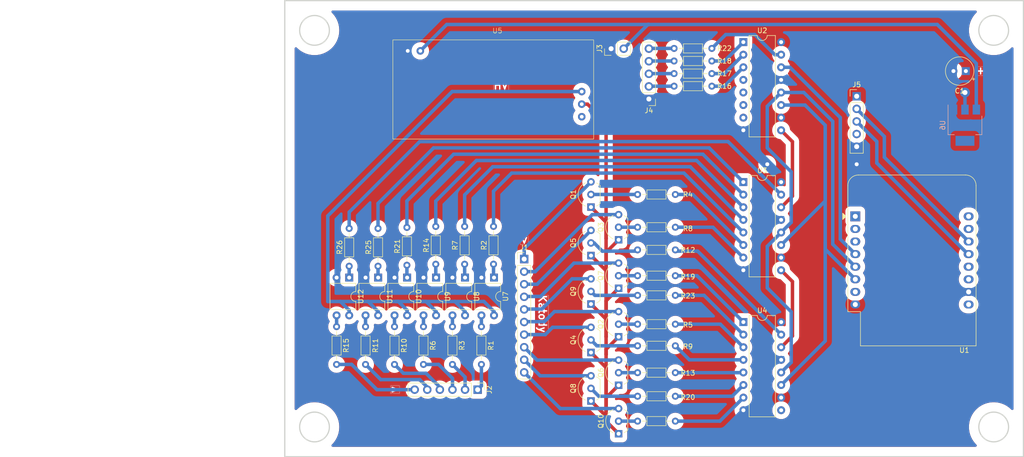
<source format=kicad_pcb>
(kicad_pcb (version 20221018) (generator pcbnew)
  (layers (0 "F.Cu" signal) (31 "B.Cu" signal) (34 "B.Paste" user) (35 "F.Paste" user) (36 "B.SilkS" user "B.Silkscreen") (37 "F.SilkS" user "F.Silkscreen") (38 "B.Mask" user) (39 "F.Mask" user) (44 "Edge.Cuts" user))
  (net 0 "")
  (net 1 "CAT_0")
  (net 2 "CAT_1")
  (net 3 "CAT_2")
  (net 4 "CAT_3")
  (net 5 "CAT_4")
  (net 6 "CAT_5")
  (net 7 "CAT_6")
  (net 8 "CAT_7")
  (net 9 "CAT_8")
  (net 10 "CAT_9")
  (net 11 "AND_0")
  (net 12 "AND_1")
  (net 13 "AND_2")
  (net 14 "AND_3")
  (net 15 "AND_4")
  (net 16 "AND_5")
  (net 17 "GND_CAT")
  (net 18 "CATHODE_0")
  (net 19 "CATHODE_1")
  (net 20 "CATHODE_2")
  (net 21 "CATHODE_3")
  (net 22 "CATHODE_4")
  (net 23 "CATHODE_5")
  (net 24 "CATHODE_6")
  (net 25 "CATHODE_7")
  (net 26 "CATHODE_8")
  (net 27 "CATHODE_9")
  (net 28 "GND")
  (net 29 "ANODE_5")
  (net 30 "ANODE_4")
  (net 31 "ANODE_3")
  (net 32 "ANODE_2")
  (net 33 "ANODE_1")
  (net 34 "ANODE_0")
  (net 35 "HV_ANODE")
  (net 38 "CLOCK")
  (net 39 "Net-(J2-Pin_1)")
  (net 40 "Net-(J2-Pin_2)")
  (net 41 "Net-(J2-Pin_3)")
  (net 43 "Net-(J2-Pin_4)")
  (net 44 "VCC")
  (net 47 "SDA")
  (net 48 "DATA")
  (net 51 "U2_DATA_OUT")
  (net 52 "Net-(J4-Pin_2)")
  (net 53 "Net-(J2-Pin_5)")
  (net 54 "U3_DATA_OUT")
  (net 55 "Net-(J4-Pin_3)")
  (net 56 "Net-(J2-Pin_6)")
  (net 57 "COLON_1")
  (net 58 "COLON_2")
  (net 59 "COLON_4")
  (net 60 "UNIO_0")
  (net 61 "UNIO_1")
  (net 62 "UNIO_2")
  (net 63 "UNIO_3")
  (net 64 "Net-(Q1-B)")
  (net 65 "Net-(Q2-B)")
  (net 66 "Net-(Q3-B)")
  (net 67 "COLON_0")
  (net 68 "Net-(Q4-B)")
  (net 69 "Net-(Q5-B)")
  (net 70 "Net-(Q6-B)")
  (net 71 "Net-(Q7-B)")
  (net 72 "Net-(Q8-B)")
  (net 73 "Net-(Q9-B)")
  (net 74 "Net-(Q10-B)")
  (net 76 "Net-(R2-Pad1)")
  (net 77 "Net-(R7-Pad1)")
  (net 78 "Net-(R14-Pad1)")
  (net 79 "Net-(R21-Pad1)")
  (net 80 "Net-(R25-Pad1)")
  (net 82 "LATCH")
  (net 83 "3V3")
  (net 85 "SCL")
  (net 86 "Net-(R26-Pad1)")
  (net 87 "Net-(J4-Pin_4)")
  (net 90 "Net-(J4-Pin_5)")
  (footprint "Resistor_THT:R_Axial_DIN0204_L3.6mm_D1.6mm_P7.62mm_Horizontal" (layer "F.Cu") (at 169.164 115.824)
    (fp_text reference "R24" hide)
    (fp_text value "10K")
  )
  (footprint "Package_TO_SOT_THT:TO-92_Inline_Wide" (layer "F.Cu") (at 159.766 92.202 90)
    (fp_text reference "Q9")
    (fp_text value "MPSA42")
  )
  (footprint "Package_TO_SOT_THT:TO-92_Inline_Wide" (layer "F.Cu") (at 159.766 111.76 90)
    (fp_text reference "Q8")
    (fp_text value "MPSA42")
  )
  (footprint "Connector_PinHeader_2.54mm:PinHeader_1x02_P2.54mm_Vertical" (layer "F.Cu") (at 163.83 40.697 90)
    (fp_text reference "J3")
    (fp_text value "Conn_01x02")
  )
  (footprint "Package_DIP:DIP-4_W7.62mm" (layer "F.Cu") (at 110.998 86.868 -90)
    (fp_text reference "U12")
    (fp_text value "TLP627")
  )
  (footprint "Resistor_THT:R_Axial_DIN0204_L3.6mm_D1.6mm_P7.62mm_Horizontal" (layer "F.Cu") (at 169.164 70.104)
    (fp_text reference "R4")
    (fp_text value "10K")
  )
  (footprint "Package_TO_SOT_THT:TO-92_Inline_Wide" (layer "F.Cu") (at 159.766 82.423 90)
    (fp_text reference "Q5")
    (fp_text value "MPSA42")
  )
  (footprint "Resistor_THT:R_Axial_DIN0204_L3.6mm_D1.6mm_P7.62mm_Horizontal" (layer "F.Cu") (at 131.821 96.764 -90)
    (fp_text reference "R3")
    (fp_text value "R")
  )
  (footprint "Capacitor_THT:CP_Radial_Tantal_D5.5mm_P2.50mm" (layer "F.Cu") (at 235.384369 45.212 180)
    (fp_text reference "C1")
    (fp_text value "C_Polarized")
  )
  (footprint "Resistor_THT:R_Axial_DIN0204_L3.6mm_D1.6mm_P7.62mm_Horizontal" (layer "F.Cu") (at 137.663 96.764 -90)
    (fp_text reference "R1")
    (fp_text value "R")
  )
  (footprint "Package_TO_SOT_THT:TO-92_Inline_Wide" (layer "F.Cu") (at 159.766 101.981 90)
    (fp_text reference "Q4")
    (fp_text value "MPSA42")
  )
  (footprint "Module:WEMOS_D1_mini_light" (layer "F.Cu") (at 213.083 74.515)
    (fp_text reference "U1")
    (fp_text value "WeMos_D1_mini")
  )
  (footprint "Resistor_THT:R_Axial_DIN0204_L3.6mm_D1.6mm_P7.62mm_Horizontal" (layer "F.Cu") (at 169.164 90.45222)
    (fp_text reference "R23")
    (fp_text value "10K")
  )
  (footprint "Resistor_THT:R_Axial_DIN0204_L3.6mm_D1.6mm_P7.62mm_Horizontal" (layer "F.Cu") (at 169.164 110.80044)
    (fp_text reference "R20")
    (fp_text value "10K")
  )
  (footprint "Package_TO_SOT_THT:TO-92_Inline_Wide" (layer "F.Cu") (at 165.34 89.027 90)
    (fp_text reference "Q7")
    (fp_text value "MPSA42")
  )
  (footprint "Package_TO_SOT_THT:TO-92_Inline_Wide" (layer "F.Cu") (at 165.34 118.364 90)
    (fp_text reference "Q10")
    (fp_text value "MPSA42")
  )
  (footprint "Resistor_THT:R_Axial_DIN0204_L3.6mm_D1.6mm_P7.62mm_Horizontal" (layer "F.Cu") (at 125.979 96.764 -90)
    (fp_text reference "R6")
    (fp_text value "R")
  )
  (footprint "Package_TO_SOT_THT:TO-92_Inline_Wide" (layer "F.Cu") (at 165.34 79.248 90)
    (fp_text reference "Q3")
    (fp_text value "MPSA42")
  )
  (footprint "Package_DIP:DIP-4_W7.62mm" (layer "F.Cu") (at 134.366 86.868 -90)
    (fp_text reference "U8")
    (fp_text value "TLP627")
  )
  (footprint "Package_DIP:DIP-4_W7.62mm" (layer "F.Cu") (at 128.524 86.868 -90)
    (fp_text reference "U9")
    (fp_text value "TLP627")
  )
  (footprint "Resistor_THT:R_Axial_DIN0204_L3.6mm_D1.6mm_P7.62mm_Horizontal" (layer "F.Cu") (at 169.164 81.28)
    (fp_text reference "R12")
    (fp_text value "10K")
  )
  (footprint "Resistor_THT:R_Axial_DIN0204_L3.6mm_D1.6mm_P7.62mm_Horizontal" (layer "F.Cu") (at 184.15 43.18 180)
    (fp_text reference "R18")
    (fp_text value "R")
  )
  (footprint "Connector_PinHeader_2.54mm:PinHeader_1x05_P2.54mm_Vertical" (layer "F.Cu") (at 171.45 50.847 180)
    (fp_text reference "J4")
    (fp_text value "Conn_01x05")
  )
  (footprint "Connector_PinHeader_2.54mm:PinHeader_1x10_P2.54mm_Vertical" (layer "F.Cu") (at 146.29 83.13)
    (fp_text reference "J1")
    (fp_text value "Conn_01x10")
  )
  (footprint "Resistor_THT:R_Axial_DIN0204_L3.6mm_D1.6mm_P7.62mm_Horizontal" (layer "F.Cu") (at 116.812 84.572 90)
    (fp_text reference "R25")
    (fp_text value "R")
  )
  (footprint "knihovna_digitrony:HV_Supply" (layer "F.Cu") (at 119.804 58.922)
    (fp_text reference "U5")
    (fp_text value "~")
  )
  (footprint "Package_DIP:DIP-4_W7.62mm" (layer "F.Cu") (at 140.208 86.868 -90)
    (fp_text reference "U7")
    (fp_text value "TLP627")
  )
  (footprint "Package_DIP:DIP-4_W7.62mm" (layer "F.Cu") (at 122.682 86.868 -90)
    (fp_text reference "U10")
    (fp_text value "TLP627")
  )
  (footprint "Resistor_THT:R_Axial_DIN0204_L3.6mm_D1.6mm_P7.62mm_Horizontal" (layer "F.Cu") (at 128.46 84.172 90)
    (fp_text reference "R14")
    (fp_text value "R")
  )
  (footprint "Resistor_THT:R_Axial_DIN0204_L3.6mm_D1.6mm_P7.62mm_Horizontal" (layer "F.Cu") (at 110.993 84.572 90)
    (fp_text reference "R26")
    (fp_text value "R")
  )
  (footprint "" (layer "F.Cu") (at 195.326 64.008)
    (fp_text reference "")
    (fp_text value "")
  )
  (footprint "Resistor_THT:R_Axial_DIN0204_L3.6mm_D1.6mm_P7.62mm_Horizontal" (layer "F.Cu") (at 169.164 106.045)
    (fp_text reference "R13")
    (fp_text value "10K")
  )
  (footprint "Resistor_THT:R_Axial_DIN0204_L3.6mm_D1.6mm_P7.62mm_Horizontal" (layer "F.Cu") (at 114.295 96.764 -90)
    (fp_text reference "R11")
    (fp_text value "R")
  )
  (footprint "Resistor_THT:R_Axial_DIN0204_L3.6mm_D1.6mm_P7.62mm_Horizontal" (layer "F.Cu") (at 184.15 48.26 180)
    (fp_text reference "R16")
    (fp_text value "R")
  )
  (footprint "Package_DIP:DIP-16_W7.62mm" (layer "F.Cu") (at 190.51 95.84)
    (fp_text reference "U4")
    (fp_text value "74HC595")
  )
  (footprint "Resistor_THT:R_Axial_DIN0204_L3.6mm_D1.6mm_P7.62mm_Horizontal" (layer "F.Cu") (at 169.164 96.266)
    (fp_text reference "R5")
    (fp_text value "10K")
  )
  (footprint "Resistor_THT:R_Axial_DIN0204_L3.6mm_D1.6mm_P7.62mm_Horizontal" (layer "F.Cu") (at 108.453 96.764 -90)
    (fp_text reference "R15")
    (fp_text value "R")
  )
  (footprint "Package_TO_SOT_THT:TO-92_Inline_Wide" (layer "F.Cu") (at 165.34 98.806 90)
    (fp_text reference "Q2")
    (fp_text value "MPSA42")
  )
  (footprint "Resistor_THT:R_Axial_DIN0204_L3.6mm_D1.6mm_P7.62mm_Horizontal" (layer "F.Cu") (at 184.15 45.72 180)
    (fp_text reference "R17")
    (fp_text value "R")
  )
  (footprint "Resistor_THT:R_Axial_DIN0204_L3.6mm_D1.6mm_P7.62mm_Horizontal" (layer "F.Cu") (at 169.164 76.708)
    (fp_text reference "R8")
    (fp_text value "10K")
  )
  (footprint "Package_TO_SOT_THT:TO-92_Inline_Wide" (layer "F.Cu") (at 165.34 108.585 90)
    (fp_text reference "Q6")
    (fp_text value "MPSA42")
  )
  (footprint "Package_DIP:DIP-16_W7.62mm" (layer "F.Cu") (at 190.5 67.605)
    (fp_text reference "U3")
    (fp_text value "74HC595")
  )
  (footprint "Resistor_THT:R_Axial_DIN0204_L3.6mm_D1.6mm_P7.62mm_Horizontal" (layer "F.Cu") (at 122.636 84.372 90)
    (fp_text reference "R21")
    (fp_text value "R")
  )
  (footprint "Resistor_THT:R_Axial_DIN0204_L3.6mm_D1.6mm_P7.62mm_Horizontal" (layer "F.Cu") (at 140.108 84.162 90)
    (fp_text reference "R2")
    (fp_text value "R")
  )
  (footprint "Connector_PinHeader_2.54mm:PinHeader_1x06_P2.54mm_Vertical" (layer "F.Cu") (at 136.906 109.474 -90)
    (fp_text reference "J2")
    (fp_text value "Conn_01x06")
  )
  (footprint "Package_DIP:DIP-4_W7.62mm" (layer "F.Cu") (at 116.84 86.868 -90)
    (fp_text reference "U11")
    (fp_text value "TLP627")
  )
  (footprint "Resistor_THT:R_Axial_DIN0204_L3.6mm_D1.6mm_P7.62mm_Horizontal" (layer "F.Cu") (at 184.15 40.64 180)
    (fp_text reference "R22")
    (fp_text value "R")
  )
  (footprint "Resistor_THT:R_Axial_DIN0204_L3.6mm_D1.6mm_P7.62mm_Horizontal" (layer "F.Cu") (at 169.164 86.487)
    (fp_text reference "R19")
    (fp_text value "10K")
  )
  (footprint "Resistor_THT:R_Axial_DIN0204_L3.6mm_D1.6mm_P7.62mm_Horizontal" (layer "F.Cu") (at 134.284 84.172 90)
    (fp_text reference "R7")
    (fp_text value "R")
  )
  (footprint "Connector_PinHeader_2.54mm:PinHeader_1x05_P2.54mm_Vertical" (layer "F.Cu") (at 213.36 50.292)
    (fp_text reference "J5")
    (fp_text value "Conn_01x05")
  )
  (footprint "Resistor_THT:R_Axial_DIN0204_L3.6mm_D1.6mm_P7.62mm_Horizontal" (layer "F.Cu") (at 120.137 96.764 -90)
    (fp_text reference "R10")
    (fp_text value "R")
  )
  (footprint "" (layer "F.Cu") (at 235.204 49.53)
    (fp_text reference "")
    (fp_text value "")
  )
  (footprint "Resistor_THT:R_Axial_DIN0204_L3.6mm_D1.6mm_P7.62mm_Horizontal" (layer "F.Cu") (at 169.164 100.62633)
    (fp_text reference "R9")
    (fp_text value "10K")
  )
  (footprint "" (layer "F.Cu") (at 213.36 64.008)
    (fp_text reference "")
    (fp_text value "")
  )
  (footprint "Package_DIP:DIP-16_W7.62mm" (layer "F.Cu") (at 190.5 39.37)
    (fp_text reference "U2")
    (fp_text value "74HC595")
  )
  (footprint "Package_TO_SOT_THT:TO-92_Inline_Wide" (layer "F.Cu") (at 159.766 72.644 90)
    (fp_text reference "Q1")
    (fp_text value "MPSA42")
  )
  (footprint "Package_TO_SOT_SMD:SOT-223-3_TabPin2" (layer "B.Cu") (at 235.204 56.134 -90)
    (fp_text reference "U6")
    (fp_text value "AMS1117-3.3")
  )
  (gr_circle (center 241 117) (end 244 117) (stroke (width 0.25)) (fill none) (layer "Edge.Cuts"))
  (gr_circle (center 241 37) (end 244 37) (stroke (width 0.25)) (fill none) (layer "Edge.Cuts"))
  (gr_rect (start 98 31) (end 247 123) (stroke (width 0.25)) (fill none) (layer "Edge.Cuts"))
  (gr_circle (center 104 117) (end 107 117) (stroke (width 0.25)) (fill none) (layer "Edge.Cuts"))
  (gr_circle (center 104 37) (end 107 37) (stroke (width 0.25)) (fill none) (layer "Edge.Cuts"))
  (gr_text "Katody" (at 149.098 90.17 270) (layer "F.Cu" knockout) (effects (font (size 1.5 1.5) (thickness 0.3) bold) (justify left bottom)))
  (gr_text "Digitronové hodiny\nVojtěch Pindur\n6.2.2024  ver:0.1" (at 213.614 113.792) (layer "F.Cu" knockout) (effects (font (size 1.5 1.5) (thickness 0.3) bold) (justify left bottom)))
  (gr_text "+" (at 215.138 93.218) (layer "F.Cu" knockout) (effects (font (size 1.5 1.5) (thickness 0.3) bold) (justify left bottom)))
  (gr_text "Anody" (at 127 113.538) (layer "F.Cu" knockout) (effects (font (size 1.5 1.5) (thickness 0.3) bold) (justify left bottom)))
  (gr_text "HV" (at 139.954 49.022) (layer "F.Cu" knockout) (effects (font (size 1.5 1.5) (thickness 0.3) bold) (justify left bottom)))
  (gr_text ">" (at 145.542 78.232 270) (layer "F.Cu" knockout) (effects (font (size 1.5 1.5) (thickness 0.3) bold) (justify left bottom)))
  (gr_text "+" (at 237.236 45.974) (layer "F.Cu" knockout) (effects (font (size 1.5 1.5) (thickness 0.3) bold) (justify left bottom)))
  (gr_text ">" (at 119.126 110.236) (layer "F.Cu" knockout) (effects (font (size 1.5 1.5) (thickness 0.3) bold) (justify left bottom)))
  (gr_text "MCU\n" (at 224.028 83.405) (layer "F.Cu" knockout) (effects (font (size 1.5 1.5) (thickness 0.3) bold) (justify left bottom)))
  (gr_text "+" (at 165.354 44.45) (layer "F.Cu" knockout) (effects (font (size 1.5 1.5) (thickness 0.3) bold) (justify left bottom)))
  (segment (start 159.766 67.564) (end 146.304 81.026) (width 0.7) (layer "B.Cu") (net 1))
  (segment (start 146.304 81.026) (end 146.304 83.116) (width 0.7) (layer "B.Cu") (net 1))
  (segment (start 146.304 83.116) (end 146.29 83.13) (width 0.7) (layer "B.Cu") (net 1))
  (segment (start 165.34 74.168) (end 160.02 74.168) (width 0.7) (layer "B.Cu") (net 2))
  (segment (start 160.02 74.168) (end 148.518 85.67) (width 0.7) (layer "B.Cu") (net 2))
  (segment (start 148.518 85.67) (end 146.29 85.67) (width 0.7) (layer "B.Cu") (net 2))
  (segment (start 148.899 88.21) (end 146.29 88.21) (width 0.7) (layer "B.Cu") (net 3))
  (segment (start 159.766 77.343) (end 148.899 88.21) (width 0.7) (layer "B.Cu") (net 3))
  (segment (start 149.606 90.678) (end 146.362 90.678) (width 0.7) (layer "B.Cu") (net 4))
  (segment (start 165.34 83.947) (end 156.337 83.947) (width 0.7) (layer "B.Cu") (net 4))
  (segment (start 156.337 83.947) (end 149.606 90.678) (width 0.7) (layer "B.Cu") (net 4))
  (segment (start 146.362 90.678) (end 146.29 90.75) (width 0.7) (layer "B.Cu") (net 4))
  (segment (start 159.766 87.122) (end 155.956 87.122) (width 0.7) (layer "B.Cu") (net 5))
  (segment (start 149.86 93.218) (end 146.362 93.218) (width 0.7) (layer "B.Cu") (net 5))
  (segment (start 155.956 87.122) (end 149.86 93.218) (width 0.7) (layer "B.Cu") (net 5))
  (segment (start 146.362 93.218) (end 146.29 93.29) (width 0.7) (layer "B.Cu") (net 5))
  (segment (start 146.362 95.758) (end 146.29 95.83) (width 0.7) (layer "B.Cu") (net 6))
  (segment (start 150.368 95.758) (end 146.362 95.758) (width 0.7) (layer "B.Cu") (net 6))
  (segment (start 152.4 93.726) (end 150.368 95.758) (width 0.7) (layer "B.Cu") (net 6))
  (segment (start 165.34 93.726) (end 152.4 93.726) (width 0.7) (layer "B.Cu") (net 6))
  (segment (start 150.55 98.37) (end 146.29 98.37) (width 0.7) (layer "B.Cu") (net 7))
  (segment (start 152.019 96.901) (end 150.55 98.37) (width 0.7) (layer "B.Cu") (net 7))
  (segment (start 159.766 96.901) (end 152.019 96.901) (width 0.7) (layer "B.Cu") (net 7))
  (segment (start 165.34 103.505) (end 148.885 103.505) (width 0.7) (layer "B.Cu") (net 8))
  (segment (start 148.885 103.505) (end 146.29 100.91) (width 0.7) (layer "B.Cu") (net 8))
  (segment (start 159.766 106.68) (end 149.52 106.68) (width 0.7) (layer "B.Cu") (net 9))
  (segment (start 149.52 106.68) (end 146.29 103.45) (width 0.7) (layer "B.Cu") (net 9))
  (segment (start 153.584 113.284) (end 146.29 105.99) (width 0.7) (layer "B.Cu") (net 10))
  (segment (start 165.34 113.284) (end 153.584 113.284) (width 0.7) (layer "B.Cu") (net 10))
  (segment (start 108.458 94.488) (end 108.458 96.759) (width 0.7) (layer "B.Cu") (net 11))
  (segment (start 108.458 96.759) (end 108.453 96.764) (width 0.7) (layer "B.Cu") (net 11))
  (segment (start 114.295 96.764) (end 114.295 94.493) (width 0.7) (layer "B.Cu") (net 12))
  (segment (start 114.295 94.493) (end 114.3 94.488) (width 0.7) (layer "B.Cu") (net 12))
  (segment (start 120.137 94.493) (end 120.142 94.488) (width 0.7) (layer "B.Cu") (net 13))
  (segment (start 120.137 96.764) (end 120.137 94.493) (width 0.7) (layer "B.Cu") (net 13))
  (segment (start 125.979 94.493) (end 125.984 94.488) (width 0.7) (layer "B.Cu") (net 14))
  (segment (start 125.979 96.764) (end 125.979 94.493) (width 0.7) (layer "B.Cu") (net 14))
  (segment (start 131.826 94.488) (end 131.821 94.493) (width 0.7) (layer "B.Cu") (net 15))
  (segment (start 131.821 94.493) (end 131.821 96.764) (width 0.7) (layer "B.Cu") (net 15))
  (segment (start 137.663 96.764) (end 137.663 94.493) (width 0.7) (layer "B.Cu") (net 16))
  (segment (start 137.663 94.493) (end 137.668 94.488) (width 0.7) (layer "B.Cu") (net 16))
  (segment (start 162.814 85.471) (end 162.814 87.63) (width 0.7) (layer "F.Cu") (net 17))
  (segment (start 159.07 51.882) (end 157.904 51.882) (width 0.7) (layer "F.Cu") (net 17))
  (segment (start 162.814 105.029) (end 162.814 110.236) (width 0.7) (layer "F.Cu") (net 17))
  (segment (start 159.766 72.644) (end 162.814 75.692) (width 0.7) (layer "F.Cu") (net 17))
  (segment (start 162.814 84.582) (end 162.814 78.994) (width 0.7) (layer "F.Cu") (net 17))
  (segment (start 159.766 111.76) (end 162.814 114.808) (width 0.7) (layer "F.Cu") (net 17))
  (segment (start 162.814 115.838) (end 162.814 113.792) (width 0.7) (layer "F.Cu") (net 17))
  (segment (start 162.814 114.808) (end 162.814 115.838) (width 0.7) (layer "F.Cu") (net 17))
  (segment (start 162.814 75.692) (end 162.814 78.994) (width 0.7) (layer "F.Cu") (net 17))
  (segment (start 162.814 95.758) (end 162.814 87.63) (width 0.7) (layer "F.Cu") (net 17))
  (segment (start 162.814 95.25) (end 162.814 98.806) (width 0.7) (layer "F.Cu") (net 17))
  (segment (start 165.34 108.585) (end 162.814 111.111) (width 0.7) (layer "F.Cu") (net 17))
  (segment (start 165.34 89.027) (end 162.814 91.553) (width 0.7) (layer "F.Cu") (net 17))
  (segment (start 159.766 82.423) (end 162.814 85.471) (width 0.7) (layer "F.Cu") (net 17))
  (segment (start 159.766 101.981) (end 162.814 105.029) (width 0.7) (layer "F.Cu") (net 17))
  (segment (start 162.814 113.792) (end 162.814 110.236) (width 0.7) (layer "F.Cu") (net 17))
  (segment (start 162.814 91.553) (end 162.814 95.758) (width 0.7) (layer "F.Cu") (net 17))
  (segment (start 162.814 98.806) (end 162.814 95.758) (width 0.7) (layer "F.Cu") (net 17))
  (segment (start 162.814 110.236) (end 162.814 102.362) (width 0.7) (layer "F.Cu") (net 17))
  (segment (start 159.766 92.202) (end 162.814 95.25) (width 0.7) (layer "F.Cu") (net 17))
  (segment (start 162.814 101.332) (end 162.814 102.362) (width 0.7) (layer "F.Cu") (net 17))
  (segment (start 162.814 81.774) (end 162.814 84.582) (width 0.7) (layer "F.Cu") (net 17))
  (segment (start 162.814 87.63) (end 162.814 84.582) (width 0.7) (layer "F.Cu") (net 17))
  (segment (start 162.814 78.994) (end 162.814 55.626) (width 0.7) (layer "F.Cu") (net 17))
  (segment (start 165.34 118.364) (end 162.814 115.838) (width 0.7) (layer "F.Cu") (net 17))
  (segment (start 162.814 111.111) (end 162.814 113.792) (width 0.7) (layer "F.Cu") (net 17))
  (segment (start 165.34 98.806) (end 162.814 101.332) (width 0.7) (layer "F.Cu") (net 17))
  (segment (start 162.814 55.626) (end 159.07 51.882) (width 0.7) (layer "F.Cu") (net 17))
  (segment (start 162.814 102.362) (end 162.814 98.806) (width 0.7) (layer "F.Cu") (net 17))
  (segment (start 165.34 79.248) (end 162.814 81.774) (width 0.7) (layer "F.Cu") (net 17))
  (segment (start 180.299 70.104) (end 190.5 80.305) (width 0.7) (layer "B.Cu") (net 18))
  (segment (start 176.784 70.104) (end 180.299 70.104) (width 0.7) (layer "B.Cu") (net 18))
  (segment (start 176.784 76.708) (end 184.363 76.708) (width 0.7) (layer "B.Cu") (net 19))
  (segment (start 184.363 76.708) (end 190.5 82.845) (width 0.7) (layer "B.Cu") (net 19))
  (segment (start 177.038 81.534) (end 181.284 81.534) (width 0.7) (layer "B.Cu") (net 20))
  (segment (start 181.284 81.534) (end 198.13 98.38) (width 0.7) (layer "B.Cu") (net 20))
  (segment (start 176.784 81.28) (end 177.038 81.534) (width 0.7) (layer "B.Cu") (net 20))
  (segment (start 181.157 86.487) (end 190.51 95.84) (width 0.7) (layer "B.Cu") (net 21))
  (segment (start 176.784 86.487) (end 181.157 86.487) (width 0.7) (layer "B.Cu") (net 21))
  (segment (start 176.784 90.45222) (end 182.58222 90.45222) (width 0.7) (layer "B.Cu") (net 22))
  (segment (start 182.58222 90.45222) (end 190.51 98.38) (width 0.7) (layer "B.Cu") (net 22))
  (segment (start 185.856 96.266) (end 190.51 100.92) (width 0.7) (layer "B.Cu") (net 23))
  (segment (start 176.784 96.266) (end 185.856 96.266) (width 0.7) (layer "B.Cu") (net 23))
  (segment (start 179.61767 103.46) (end 190.51 103.46) (width 0.7) (layer "B.Cu") (net 24))
  (segment (start 176.784 100.62633) (end 179.61767 103.46) (width 0.7) (layer "B.Cu") (net 24))
  (segment (start 176.784 106.045) (end 190.465 106.045) (width 0.7) (layer "B.Cu") (net 25))
  (segment (start 190.465 106.045) (end 190.51 106) (width 0.7) (layer "B.Cu") (net 25))
  (segment (start 176.784 110.80044) (end 188.24956 110.80044) (width 0.7) (layer "B.Cu") (net 26))
  (segment (start 188.24956 110.80044) (end 190.51 108.54) (width 0.7) (layer "B.Cu") (net 26))
  (segment (start 185.766 115.824) (end 190.51 111.08) (width 0.7) (layer "B.Cu") (net 27))
  (segment (start 176.784 115.824) (end 185.766 115.824) (width 0.7) (layer "B.Cu") (net 27))
  (segment (start 232.884369 45.101815) (end 232.884369 45.212) (width 0.7) (layer "F.Cu") (net 28))
  (segment (start 232.904 45.231631) (end 232.884369 45.212) (width 0.7) (layer "F.Cu") (net 28))
  (segment (start 198.114425 75.230575) (end 198.12 75.225) (width 0.7) (layer "B.Cu") (net 28))
  (segment (start 198.129199 103.460801) (end 198.13 103.46) (width 0.7) (layer "B.Cu") (net 28))
  (segment (start 143.764 65.786) (end 178.521 65.786) (width 0.7) (layer "B.Cu") (net 29))
  (segment (start 140.108 76.542) (end 140.108 69.442) (width 0.7) (layer "B.Cu") (net 29))
  (segment (start 140.108 69.442) (end 143.764 65.786) (width 0.7) (layer "B.Cu") (net 29))
  (segment (start 178.521 65.786) (end 190.5 77.765) (width 0.7) (layer "B.Cu") (net 29))
  (segment (start 139.954 64.516) (end 179.791 64.516) (width 0.7) (layer "B.Cu") (net 30))
  (segment (start 134.284 70.186) (end 139.954 64.516) (width 0.7) (layer "B.Cu") (net 30))
  (segment (start 179.791 64.516) (end 190.5 75.225) (width 0.7) (layer "B.Cu") (net 30))
  (segment (start 134.284 76.552) (end 134.284 70.186) (width 0.7) (layer "B.Cu") (net 30))
  (segment (start 136.652 63.246) (end 181.061 63.246) (width 0.7) (layer "B.Cu") (net 31))
  (segment (start 128.46 71.438) (end 136.652 63.246) (width 0.7) (layer "B.Cu") (net 31))
  (segment (start 128.46 76.552) (end 128.46 71.438) (width 0.7) (layer "B.Cu") (net 31))
  (segment (start 181.061 63.246) (end 190.5 72.685) (width 0.7) (layer "B.Cu") (net 31))
  (segment (start 182.331 61.976) (end 190.5 70.145) (width 0.7) (layer "B.Cu") (net 32))
  (segment (start 122.636 71.42) (end 132.08 61.976) (width 0.7) (layer "B.Cu") (net 32))
  (segment (start 122.636 76.752) (end 122.636 71.42) (width 0.7) (layer "B.Cu") (net 32))
  (segment (start 132.08 61.976) (end 182.331 61.976) (width 0.7) (layer "B.Cu") (net 32))
  (segment (start 116.812 76.952) (end 116.812 71.91) (width 0.7) (layer "B.Cu") (net 33))
  (segment (start 128.016 60.706) (end 183.601 60.706) (width 0.7) (layer "B.Cu") (net 33))
  (segment (start 116.812 71.91) (end 128.016 60.706) (width 0.7) (layer "B.Cu") (net 33))
  (segment (start 183.601 60.706) (end 190.5 67.605) (width 0.7) (layer "B.Cu") (net 33))
  (segment (start 125.222 59.436) (end 187.411 59.436) (width 0.7) (layer "B.Cu") (net 34))
  (segment (start 110.993 73.665) (end 125.222 59.436) (width 0.7) (layer "B.Cu") (net 34))
  (segment (start 187.411 59.436) (end 198.12 70.145) (width 0.7) (layer "B.Cu") (net 34))
  (segment (start 110.993 76.952) (end 110.993 73.665) (width 0.7) (layer "B.Cu") (net 34))
  (segment (start 126.492 91.694) (end 125.73 91.694) (width 0.7) (layer "B.Cu") (net 35))
  (segment (start 120.904 91.694) (end 120.396 91.694) (width 0.7) (layer "B.Cu") (net 35))
  (segment (start 134.366 93.726) (end 132.334 91.694) (width 0.7) (layer "B.Cu") (net 35))
  (segment (start 109.22 91.694) (end 106.68 91.694) (width 0.7) (layer "B.Cu") (net 35))
  (segment (start 140.208 93.726) (end 140.208 94.488) (width 0.7) (layer "B.Cu") (net 35))
  (segment (start 125.73 91.694) (end 132.334 91.694) (width 0.7) (layer "B.Cu") (net 35))
  (segment (start 132.334 91.694) (end 138.176 91.694) (width 0.7) (layer "B.Cu") (net 35))
  (segment (start 114.808 91.694) (end 120.396 91.694) (width 0.7) (layer "B.Cu") (net 35))
  (segment (start 122.682 93.472) (end 120.904 91.694) (width 0.7) (layer "B.Cu") (net 35))
  (segment (start 110.998 94.488) (end 110.998 93.472) (width 0.7) (layer "B.Cu") (net 35))
  (segment (start 106.68 91.694) (end 106.68 74.422) (width 0.7) (layer "B.Cu") (net 35))
  (segment (start 131.76 49.342) (end 157.904 49.342) (width 0.7) (layer "B.Cu") (net 35))
  (segment (start 134.366 94.488) (end 134.366 93.726) (width 0.7) (layer "B.Cu") (net 35))
  (segment (start 128.524 93.726) (end 126.492 91.694) (width 0.7) (layer "B.Cu") (net 35))
  (segment (start 116.84 93.726) (end 114.808 91.694) (width 0.7) (layer "B.Cu") (net 35))
  (segment (start 138.176 91.694) (end 140.208 93.726) (width 0.7) (layer "B.Cu") (net 35))
  (segment (start 116.84 94.488) (end 116.84 93.726) (width 0.7) (layer "B.Cu") (net 35))
  (segment (start 114.808 91.694) (end 109.22 91.694) (width 0.7) (layer "B.Cu") (net 35))
  (segment (start 110.998 93.472) (end 109.22 91.694) (width 0.7) (layer "B.Cu") (net 35))
  (segment (start 120.396 91.694) (end 125.73 91.694) (width 0.7) (layer "B.Cu") (net 35))
  (segment (start 122.682 94.488) (end 122.682 93.472) (width 0.7) (layer "B.Cu") (net 35))
  (segment (start 106.68 74.422) (end 131.76 49.342) (width 0.7) (layer "B.Cu") (net 35))
  (segment (start 128.524 94.488) (end 128.524 93.726) (width 0.7) (layer "B.Cu") (net 35))
  (segment (start 207.01 71.415) (end 207.01 65.024) (width 0.7) (layer "B.Cu") (net 38))
  (segment (start 202.946 52.07) (end 198.12 52.07) (width 0.7) (layer "B.Cu") (net 38))
  (segment (start 198.13 108.54) (end 207.01 99.66) (width 0.7) (layer "B.Cu") (net 38))
  (segment (start 207.01 79.756) (end 207.01 65.024) (width 0.7) (layer "B.Cu") (net 38))
  (segment (start 213.083 87.215) (end 207.01 81.142) (width 0.7) (layer "B.Cu") (net 38))
  (segment (start 207.01 81.142) (end 207.01 79.756) (width 0.7) (layer "B.Cu") (net 38))
  (segment (start 207.01 99.66) (end 207.01 79.756) (width 0.7) (layer "B.Cu") (net 38))
  (segment (start 198.12 80.305) (end 207.01 71.415) (width 0.7) (layer "B.Cu") (net 38))
  (segment (start 207.01 65.024) (end 207.01 56.134) (width 0.7) (layer "B.Cu") (net 38))
  (segment (start 207.01 56.134) (end 202.946 52.07) (width 0.7) (layer "B.Cu") (net 38))
  (segment (start 137.663 108.724) (end 136.913 109.474) (width 0.7) (layer "B.Cu") (net 39))
  (segment (start 137.663 104.384) (end 137.663 108.724) (width 0.7) (layer "B.Cu") (net 39))
  (segment (start 131.821 104.389) (end 134.373 106.941) (width 0.7) (layer "B.Cu") (net 40))
  (segment (start 131.821 104.384) (end 131.821 104.389) (width 0.7) (layer "B.Cu") (net 40))
  (segment (start 134.373 106.941) (end 134.373 109.474) (width 0.7) (layer "B.Cu") (net 40))
  (segment (start 125.979 104.384) (end 129.022 104.384) (width 0.7) (layer "B.Cu") (net 41))
  (segment (start 131.833 107.195) (end 131.833 109.474) (width 0.7) (layer "B.Cu") (net 41))
  (segment (start 129.022 104.384) (end 131.833 107.195) (width 0.7) (layer "B.Cu") (net 41))
  (segment (start 120.137 104.384) (end 121.925 106.172) (width 0.7) (layer "B.Cu") (net 43))
  (segment (start 121.925 106.172) (end 126.492 106.172) (width 0.7) (layer "B.Cu") (net 43))
  (segment (start 126.492 106.172) (end 129.293 108.973) (width 0.7) (layer "B.Cu") (net 43))
  (segment (start 129.293 108.973) (end 129.293 109.474) (width 0.7) (layer "B.Cu") (net 43))
  (segment (start 171.45 35.814) (end 229.616 35.814) (width 0.7) (layer "B.Cu") (net 44))
  (segment (start 130.672 35.814) (end 125.344 41.142) (width 0.7) (layer "B.Cu") (net 44))
  (segment (start 171.253 35.814) (end 166.37 40.697) (width 0.7) (layer "B.Cu") (net 44))
  (segment (start 171.45 35.814) (end 171.253 35.814) (width 0.7) (layer "B.Cu") (net 44))
  (segment (start 229.616 35.814) (end 237.49 43.688) (width 0.7) (layer "B.Cu") (net 44))
  (segment (start 237.49 43.688) (end 237.49 52.97) (width 0.7) (layer "B.Cu") (net 44))
  (segment (start 171.45 35.814) (end 130.672 35.814) (width 0.7) (layer "B.Cu") (net 44))
  (segment (start 237.49 52.97) (end 237.504 52.984) (width 0.7) (layer "B.Cu") (net 44))
  (segment (start 218.948 58.42) (end 213.36 52.832) (width 0.7) (layer "B.Cu") (net 47))
  (segment (start 218.948 62.6) (end 218.948 58.42) (width 0.7) (layer "B.Cu") (net 47))
  (segment (start 235.943 79.595) (end 218.948 62.6) (width 0.7) (layer "B.Cu") (net 47))
  (segment (start 210.058 54.61) (end 199.898 44.45) (width 0.7) (layer "B.Cu") (net 48))
  (segment (start 213.083 82.135) (end 210.058 79.11) (width 0.7) (layer "B.Cu") (net 48))
  (segment (start 199.898 44.45) (end 198.12 44.45) (width 0.7) (layer "B.Cu") (net 48))
  (segment (start 210.058 79.11) (end 210.058 54.61) (width 0.7) (layer "B.Cu") (net 48))
  (segment (start 200.402927 59.454278) (end 198.116927 57.168278) (width 0.7) (layer "F.Cu") (net 51))
  (segment (start 198.126927 72.703278) (end 200.402927 70.427278) (width 0.7) (layer "F.Cu") (net 51))
  (segment (start 200.402927 70.427278) (end 200.402927 59.454278) (width 0.7) (layer "F.Cu") (net 51))
  (segment (start 176.53 48.26) (end 171.45 48.26) (width 0.7) (layer "B.Cu") (net 52))
  (segment (start 126.746 109.467) (end 126.753 109.474) (width 0.7) (layer "B.Cu") (net 53))
  (segment (start 125.222 107.442) (end 126.746 108.966) (width 0.7) (layer "B.Cu") (net 53))
  (segment (start 126.746 108.966) (end 126.746 109.467) (width 0.7) (layer "B.Cu") (net 53))
  (segment (start 114.295 104.384) (end 117.353 107.442) (width 0.7) (layer "B.Cu") (net 53))
  (segment (start 117.353 107.442) (end 125.222 107.442) (width 0.7) (layer "B.Cu") (net 53))
  (segment (start 198.13 100.92) (end 200.406 98.644) (width 0.7) (layer "F.Cu") (net 54))
  (segment (start 200.406 87.671) (end 198.12 85.385) (width 0.7) (layer "F.Cu") (net 54))
  (segment (start 200.406 98.644) (end 200.406 87.671) (width 0.7) (layer "F.Cu") (net 54))
  (segment (start 176.53 45.72) (end 171.45 45.72) (width 0.7) (layer "B.Cu") (net 55))
  (segment (start 108.453 104.384) (end 111.496 104.384) (width 0.7) (layer "B.Cu") (net 56))
  (segment (start 116.586 109.474) (end 124.213 109.474) (width 0.7) (layer "B.Cu") (net 56))
  (segment (start 111.496 104.384) (end 116.586 109.474) (width 0.7) (layer "B.Cu") (net 56))
  (segment (start 186.69 43.18) (end 190.5 39.37) (width 0.7) (layer "B.Cu") (net 57))
  (segment (start 184.15 43.18) (end 186.69 43.18) (width 0.7) (layer "B.Cu") (net 57))
  (segment (start 186.69 45.72) (end 190.5 41.91) (width 0.7) (layer "B.Cu") (net 58))
  (segment (start 184.15 45.72) (end 186.69 45.72) (width 0.7) (layer "B.Cu") (net 58))
  (segment (start 186.69 48.26) (end 190.5 44.45) (width 0.7) (layer "B.Cu") (net 59))
  (segment (start 184.15 48.26) (end 186.69 48.26) (width 0.7) (layer "B.Cu") (net 59))
  (segment (start 169.164 70.104) (end 159.766 70.104) (width 0.7) (layer "B.Cu") (net 64))
  (segment (start 169.164 96.266) (end 165.34 96.266) (width 0.7) (layer "B.Cu") (net 65))
  (segment (start 169.164 76.708) (end 165.34 76.708) (width 0.7) (layer "B.Cu") (net 66))
  (segment (start 186.944 37.846) (end 184.15 40.64) (width 0.7) (layer "B.Cu") (net 67))
  (segment (start 198.12 41.91) (end 196.85 41.91) (width 0.7) (layer "B.Cu") (net 67))
  (segment (start 196.85 41.91) (end 192.786 37.846) (width 0.7) (layer "B.Cu") (net 67))
  (segment (start 192.786 37.846) (end 186.944 37.846) (width 0.7) (layer "B.Cu") (net 67))
  (segment (start 169.164 100.62633) (end 160.95133 100.62633) (width 0.7) (layer "B.Cu") (net 68))
  (segment (start 160.95133 100.62633) (end 159.766 99.441) (width 0.7) (layer "B.Cu") (net 68))
  (segment (start 162.052 81.534) (end 160.401 79.883) (width 0.7) (layer "B.Cu") (net 69))
  (segment (start 160.401 79.883) (end 159.766 79.883) (width 0.7) (layer "B.Cu") (net 69))
  (segment (start 169.164 81.28) (end 168.91 81.534) (width 0.7) (layer "B.Cu") (net 69))
  (segment (start 168.91 81.534) (end 162.052 81.534) (width 0.7) (layer "B.Cu") (net 69))
  (segment (start 169.164 106.045) (end 165.34 106.045) (width 0.7) (layer "B.Cu") (net 70))
  (segment (start 169.164 86.487) (end 165.34 86.487) (width 0.7) (layer "B.Cu") (net 71))
  (segment (start 169.164 110.80044) (end 161.34644 110.80044) (width 0.7) (layer "B.Cu") (net 72))
  (segment (start 161.34644 110.80044) (end 159.766 109.22) (width 0.7) (layer "B.Cu") (net 72))
  (segment (start 160.55622 90.45222) (end 159.766 89.662) (width 0.7) (layer "B.Cu") (net 73))
  (segment (start 169.164 90.45222) (end 160.55622 90.45222) (width 0.7) (layer "B.Cu") (net 73))
  (segment (start 169.164 115.824) (end 165.34 115.824) (width 0.7) (layer "B.Cu") (net 74))
  (segment (start 140.108 84.162) (end 140.108 86.768) (width 0.7) (layer "B.Cu") (net 76))
  (segment (start 140.108 86.768) (end 140.208 86.868) (width 0.7) (layer "B.Cu") (net 76))
  (segment (start 134.284 84.172) (end 134.284 86.786) (width 0.7) (layer "B.Cu") (net 77))
  (segment (start 134.284 86.786) (end 134.366 86.868) (width 0.7) (layer "B.Cu") (net 77))
  (segment (start 128.46 86.804) (end 128.524 86.868) (width 0.7) (layer "B.Cu") (net 78))
  (segment (start 128.46 84.172) (end 128.46 86.804) (width 0.7) (layer "B.Cu") (net 78))
  (segment (start 122.636 84.372) (end 122.636 86.822) (width 0.7) (layer "B.Cu") (net 79))
  (segment (start 122.636 86.822) (end 122.682 86.868) (width 0.7) (layer "B.Cu") (net 79))
  (segment (start 116.812 86.84) (end 116.84 86.868) (width 0.7) (layer "B.Cu") (net 80))
  (segment (start 116.812 84.572) (end 116.812 86.84) (width 0.7) (layer "B.Cu") (net 80))
  (segment (start 202.692 49.53) (end 198.12 49.53) (width 0.7) (layer "B.Cu") (net 82))
  (segment (start 200.152 65.532) (end 195.326 60.706) (width 0.7) (layer "B.Cu") (net 82))
  (segment (start 198.12 77.765) (end 200.152 75.733) (width 0.7) (layer "B.Cu") (net 82))
  (segment (start 208.534 55.372) (end 202.692 49.53) (width 0.7) (layer "B.Cu") (net 82))
  (segment (start 208.534 80.126) (end 208.534 55.372) (width 0.7) (layer "B.Cu") (net 82))
  (segment (start 195.326 60.706) (end 195.326 52.324) (width 0.7) (layer "B.Cu") (net 82))
  (segment (start 213.083 84.675) (end 208.534 80.126) (width 0.7) (layer "B.Cu") (net 82))
  (segment (start 200.155793 93.770198) (end 195.329793 88.944198) (width 0.7) (layer "B.Cu") (net 82))
  (segment (start 198.123793 106.003198) (end 200.155793 103.971198) (width 0.7) (layer "B.Cu") (net 82))
  (segment (start 195.329793 80.562198) (end 198.123793 77.768198) (width 0.7) (layer "B.Cu") (net 82))
  (segment (start 195.329793 88.944198) (end 195.329793 80.562198) (width 0.7) (layer "B.Cu") (net 82))
  (segment (start 200.155793 103.971198) (end 200.155793 93.770198) (width 0.7) (layer "B.Cu") (net 82))
  (segment (start 200.152 75.733) (end 200.152 65.532) (width 0.7) (layer "B.Cu") (net 82))
  (segment (start 195.326 52.324) (end 198.12 49.53) (width 0.7) (layer "B.Cu") (net 82))
  (segment (start 198.12 67.605) (end 197.825 67.605) (width 0.7) (layer "F.Cu") (net 83))
  (segment (start 235.204 45.392369) (end 235.384369 45.212) (width 0.7) (layer "F.Cu") (net 83))
  (segment (start 235.204 52.984) (end 235.204 49.53) (width 0.7) (layer "B.Cu") (net 83))
  (segment (start 235.943 82.135) (end 235.805 82.135) (width 0.7) (layer "B.Cu") (net 85))
  (segment (start 235.805 82.135) (end 217.424 63.754) (width 0.7) (layer "B.Cu") (net 85))
  (segment (start 217.424 59.436) (end 213.36 55.372) (width 0.7) (layer "B.Cu") (net 85))
  (segment (start 217.424 63.754) (end 217.424 59.436) (width 0.7) (layer "B.Cu") (net 85))
  (segment (start 110.993 84.572) (end 110.993 86.863) (width 0.7) (layer "B.Cu") (net 86))
  (segment (start 176.53 43.18) (end 171.45 43.18) (width 0.7) (layer "B.Cu") (net 87))
  (segment (start 176.53 40.64) (end 171.45 40.64) (width 0.7) (layer "B.Cu") (net 90))
  (zone (net 83) (net_name "3V3") (layer "F.Cu") (name "3V3") (connect_pads yes (clearance 1)) (min_thickness 0.5) (fill yes (thermal_gap 0.5) (thermal_bridge_width 0.5))
    (polygon (pts (xy 100 33) (xy 245 33) (xy 245 121) (xy 100 121)))
  )
  (zone (net 0) (net_name "") (layers "F&B.Cu") (connect_pads (clearance 0)) (min_thickness 0.25)
    (keepout (tracks not_allowed) (vias not_allowed) (pads not_allowed) (copperpour not_allowed) (footprints allowed))
    (fill (thermal_gap 0.5) (thermal_bridge_width 0.5))
    (polygon (pts (xy 246 37) (xy 245.979871 36.551803) (xy 245.919648 36.107216) (xy 245.819814 35.669816) (xy 245.681174 35.243126) (xy 245.504844 34.830581) (xy 245.292244 34.435504) (xy 245.045085 34.061074) (xy 244.765357 33.710306) (xy 244.455313 33.386026) (xy 244.117449 33.090843) (xy 243.754485 32.827134) (xy 243.369343 32.597022) (xy 242.965125 32.402361) (xy 242.545085 32.244717) (xy 242.112605 32.12536) (xy 241.671166 32.045251) (xy 241.224324 32.005035) (xy 240.775676 32.005035) (xy 240.328834 32.045251) (xy 239.887395 32.12536) (xy 239.454915 32.244717) (xy 239.034875 32.402361) (xy 238.630657 32.597022) (xy 238.245515 32.827134) (xy 237.882551 33.090843) (xy 237.544687 33.386026) (xy 237.234643 33.710306) (xy 236.954915 34.061074) (xy 236.707756 34.435504) (xy 236.495156 34.830581) (xy 236.318826 35.243126) (xy 236.180186 35.669816) (xy 236.080352 36.107216) (xy 236.020129 36.551803) (xy 236 37) (xy 236.020129 37.448197) (xy 236.080352 37.892784) (xy 236.180186 38.330184) (xy 236.318826 38.756874) (xy 236.495156 39.169419) (xy 236.707756 39.564496) (xy 236.954915 39.938926) (xy 237.234643 40.289694) (xy 237.544687 40.613974) (xy 237.882551 40.909157) (xy 238.245515 41.172866) (xy 238.630657 41.402978) (xy 239.034875 41.597639) (xy 239.454915 41.755283) (xy 239.887395 41.87464) (xy 240.328834 41.954749) (xy 240.775676 41.994965) (xy 241.224324 41.994965) (xy 241.671166 41.954749) (xy 242.112605 41.87464) (xy 242.545085 41.755283) (xy 242.965125 41.597639) (xy 243.369343 41.402978) (xy 243.754485 41.172866) (xy 244.117449 40.909157) (xy 244.455313 40.613974) (xy 244.765357 40.289694) (xy 245.045085 39.938926) (xy 245.292244 39.564496) (xy 245.504844 39.169419) (xy 245.681174 38.756874) (xy 245.819814 38.330184) (xy 245.919648 37.892784) (xy 245.979871 37.448197)))
  )
  (zone (net 0) (net_name "") (layers "F&B.Cu") (connect_pads (clearance 0)) (min_thickness 0.25)
    (keepout (tracks not_allowed) (vias not_allowed) (pads not_allowed) (copperpour not_allowed) (footprints allowed))
    (fill (thermal_gap 0.5) (thermal_bridge_width 0.5))
    (polygon (pts (xy 246 117) (xy 245.979871 116.551803) (xy 245.919648 116.107216) (xy 245.819814 115.669816) (xy 245.681174 115.243126) (xy 245.504844 114.830581) (xy 245.292244 114.435504) (xy 245.045085 114.061074) (xy 244.765357 113.710306) (xy 244.455313 113.386026) (xy 244.117449 113.090843) (xy 243.754485 112.827134) (xy 243.369343 112.597022) (xy 242.965125 112.402361) (xy 242.545085 112.244717) (xy 242.112605 112.12536) (xy 241.671166 112.045251) (xy 241.224324 112.005035) (xy 240.775676 112.005035) (xy 240.328834 112.045251) (xy 239.887395 112.12536) (xy 239.454915 112.244717) (xy 239.034875 112.402361) (xy 238.630657 112.597022) (xy 238.245515 112.827134) (xy 237.882551 113.090843) (xy 237.544687 113.386026) (xy 237.234643 113.710306) (xy 236.954915 114.061074) (xy 236.707756 114.435504) (xy 236.495156 114.830581) (xy 236.318826 115.243126) (xy 236.180186 115.669816) (xy 236.080352 116.107216) (xy 236.020129 116.551803) (xy 236 117) (xy 236.020129 117.448197) (xy 236.080352 117.892784) (xy 236.180186 118.330184) (xy 236.318826 118.756874) (xy 236.495156 119.169419) (xy 236.707756 119.564496) (xy 236.954915 119.938926) (xy 237.234643 120.289694) (xy 237.544687 120.613974) (xy 237.882551 120.909157) (xy 238.245515 121.172866) (xy 238.630657 121.402978) (xy 239.034875 121.597639) (xy 239.454915 121.755283) (xy 239.887395 121.87464) (xy 240.328834 121.954749) (xy 240.775676 121.994965) (xy 241.224324 121.994965) (xy 241.671166 121.954749) (xy 242.112605 121.87464) (xy 242.545085 121.755283) (xy 242.965125 121.597639) (xy 243.369343 121.402978) (xy 243.754485 121.172866) (xy 244.117449 120.909157) (xy 244.455313 120.613974) (xy 244.765357 120.289694) (xy 245.045085 119.938926) (xy 245.292244 119.564496) (xy 245.504844 119.169419) (xy 245.681174 118.756874) (xy 245.819814 118.330184) (xy 245.919648 117.892784) (xy 245.979871 117.448197)))
  )
  (zone (net 0) (net_name "") (layers "F&B.Cu") (connect_pads (clearance 0)) (min_thickness 0.25)
    (keepout (tracks not_allowed) (vias not_allowed) (pads not_allowed) (copperpour not_allowed) (footprints allowed))
    (fill (thermal_gap 0.5) (thermal_bridge_width 0.5))
    (polygon (pts (xy 109 117) (xy 108.979871 116.551803) (xy 108.919648 116.107216) (xy 108.819814 115.669816) (xy 108.681174 115.243126) (xy 108.504844 114.830581) (xy 108.292244 114.435504) (xy 108.045085 114.061074) (xy 107.765357 113.710306) (xy 107.455313 113.386026) (xy 107.117449 113.090843) (xy 106.754485 112.827134) (xy 106.369343 112.597022) (xy 105.965125 112.402361) (xy 105.545085 112.244717) (xy 105.112605 112.12536) (xy 104.671166 112.045251) (xy 104.224324 112.005035) (xy 103.775676 112.005035) (xy 103.328834 112.045251) (xy 102.887395 112.12536) (xy 102.454915 112.244717) (xy 102.034875 112.402361) (xy 101.630657 112.597022) (xy 101.245515 112.827134) (xy 100.882551 113.090843) (xy 100.544687 113.386026) (xy 100.234643 113.710306) (xy 99.954915 114.061074) (xy 99.707756 114.435504) (xy 99.495156 114.830581) (xy 99.318826 115.243126) (xy 99.180186 115.669816) (xy 99.080352 116.107216) (xy 99.020129 116.551803) (xy 99 117) (xy 99.020129 117.448197) (xy 99.080352 117.892784) (xy 99.180186 118.330184) (xy 99.318826 118.756874) (xy 99.495156 119.169419) (xy 99.707756 119.564496) (xy 99.954915 119.938926) (xy 100.234643 120.289694) (xy 100.544687 120.613974) (xy 100.882551 120.909157) (xy 101.245515 121.172866) (xy 101.630657 121.402978) (xy 102.034875 121.597639) (xy 102.454915 121.755283) (xy 102.887395 121.87464) (xy 103.328834 121.954749) (xy 103.775676 121.994965) (xy 104.224324 121.994965) (xy 104.671166 121.954749) (xy 105.112605 121.87464) (xy 105.545085 121.755283) (xy 105.965125 121.597639) (xy 106.369343 121.402978) (xy 106.754485 121.172866) (xy 107.117449 120.909157) (xy 107.455313 120.613974) (xy 107.765357 120.289694) (xy 108.045085 119.938926) (xy 108.292244 119.564496) (xy 108.504844 119.169419) (xy 108.681174 118.756874) (xy 108.819814 118.330184) (xy 108.919648 117.892784) (xy 108.979871 117.448197)))
  )
  (zone (net 0) (net_name "") (layers "F&B.Cu") (connect_pads (clearance 0)) (min_thickness 0.25)
    (keepout (tracks not_allowed) (vias not_allowed) (pads not_allowed) (copperpour not_allowed) (footprints allowed))
    (fill (thermal_gap 0.5) (thermal_bridge_width 0.5))
    (polygon (pts (xy 109 37) (xy 108.979871 36.551803) (xy 108.919648 36.107216) (xy 108.819814 35.669816) (xy 108.681174 35.243126) (xy 108.504844 34.830581) (xy 108.292244 34.435504) (xy 108.045085 34.061074) (xy 107.765357 33.710306) (xy 107.455313 33.386026) (xy 107.117449 33.090843) (xy 106.754485 32.827134) (xy 106.369343 32.597022) (xy 105.965125 32.402361) (xy 105.545085 32.244717) (xy 105.112605 32.12536) (xy 104.671166 32.045251) (xy 104.224324 32.005035) (xy 103.775676 32.005035) (xy 103.328834 32.045251) (xy 102.887395 32.12536) (xy 102.454915 32.244717) (xy 102.034875 32.402361) (xy 101.630657 32.597022) (xy 101.245515 32.827134) (xy 100.882551 33.090843) (xy 100.544687 33.386026) (xy 100.234643 33.710306) (xy 99.954915 34.061074) (xy 99.707756 34.435504) (xy 99.495156 34.830581) (xy 99.318826 35.243126) (xy 99.180186 35.669816) (xy 99.080352 36.107216) (xy 99.020129 36.551803) (xy 99 37) (xy 99.020129 37.448197) (xy 99.080352 37.892784) (xy 99.180186 38.330184) (xy 99.318826 38.756874) (xy 99.495156 39.169419) (xy 99.707756 39.564496) (xy 99.954915 39.938926) (xy 100.234643 40.289694) (xy 100.544687 40.613974) (xy 100.882551 40.909157) (xy 101.245515 41.172866) (xy 101.630657 41.402978) (xy 102.034875 41.597639) (xy 102.454915 41.755283) (xy 102.887395 41.87464) (xy 103.328834 41.954749) (xy 103.775676 41.994965) (xy 104.224324 41.994965) (xy 104.671166 41.954749) (xy 105.112605 41.87464) (xy 105.545085 41.755283) (xy 105.965125 41.597639) (xy 106.369343 41.402978) (xy 106.754485 41.172866) (xy 107.117449 40.909157) (xy 107.455313 40.613974) (xy 107.765357 40.289694) (xy 108.045085 39.938926) (xy 108.292244 39.564496) (xy 108.504844 39.169419) (xy 108.681174 38.756874) (xy 108.819814 38.330184) (xy 108.919648 37.892784) (xy 108.979871 37.448197)))
  )
  (zone (net 28) (net_name "GND") (layer "B.Cu") (name "3V3") (priority 1) (connect_pads yes (clearance 1)) (min_thickness 0.5) (fill yes (thermal_gap 0.5) (thermal_bridge_width 0.5))
    (polygon (pts (xy 100 121) (xy 245 121) (xy 245 33) (xy 100 33)))
  )
)
</source>
